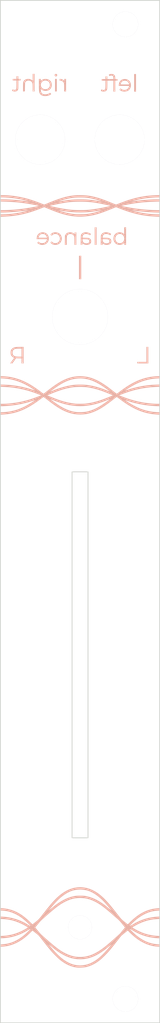
<source format=kicad_pcb>
(kicad_pcb (version 20211014) (generator pcbnew)
  (layers (0 "F.Cu" signal) (31 "B.Cu" signal) (34 "B.Paste" user) (35 "F.Paste" user) (36 "B.SilkS" user "B.Silkscreen") (37 "F.SilkS" user "F.Silkscreen") (38 "B.Mask" user) (39 "F.Mask" user) (44 "Edge.Cuts" user))
  (net 0 "")
  (footprint "Wire_Pads:SolderWirePad_single_0-8mmDrill" (layer "F.Cu") (at -5 -46.75)
    (fp_text reference "" (at 0 0) (layer "F.SilkS") (effects (font (size 1.27 1.27))))
    (fp_text value "" (at 0 0) (layer "F.SilkS") (effects (font (size 1.27 1.27))))
    (pad "1" thru_hole circle locked (at 0 0) (size 6.25 6.25) (drill 6.25) (layers *.Cu *.Mask))
  )
  (footprint "LOGO" (layer "F.Cu") (at 0 0)
    (fp_text reference "G***" hide)
    (fp_text value "LOGO" hide)
  )
  (footprint "LOGO" (layer "F.Cu") (at 0 0)
    (fp_text reference "G***" hide)
    (fp_text value "LOGO" hide)
  )
  (footprint "LOGO" (layer "F.Cu") (at 0 0)
    (fp_text reference "G***" hide)
    (fp_text value "LOGO" hide)
  )
  (footprint "LOGO" (layer "F.Cu") (at 0 0)
    (fp_text reference "G***" hide)
    (fp_text value "LOGO" hide)
  )
  (footprint "Wire_Pads:SolderWirePad_single_0-8mmDrill" (layer "F.Cu") (at 0 -24.474998)
    (fp_text reference "" (at 0 0) (layer "F.SilkS") (effects (font (size 1.27 1.27))))
    (fp_text value "" (at 0 0) (layer "F.SilkS") (effects (font (size 1.27 1.27))))
    (pad "3" thru_hole circle locked (at 0 0) (size 7 7) (drill 7) (layers *.Cu *.Mask))
  )
  (footprint "Wire_Pads:SolderWirePad_single_0-8mmDrill" (layer "F.Cu") (at 4.975 -46.75)
    (fp_text reference "" (at 0 0) (layer "F.SilkS") (effects (font (size 1.27 1.27))))
    (fp_text value "" (at 0 0) (layer "F.SilkS") (effects (font (size 1.27 1.27))))
    (pad "2" thru_hole circle locked (at 0 0) (size 6.25 6.25) (drill 6.25) (layers *.Cu *.Mask))
  )
  (footprint "LOGO" (layer "F.Cu") (at 0 0)
    (fp_text reference "G***" hide)
    (fp_text value "LOGO" hide)
  )
  (footprint "Wire_Pads:SolderWirePad_single_0-8mmDrill" (layer "F.Cu") (at 0 52.25)
    (fp_text reference "" (at 0 0) (layer "F.SilkS") (effects (font (size 1.27 1.27))))
    (fp_text value "" (at 0 0) (layer "F.SilkS") (effects (font (size 1.27 1.27))))
    (pad "4" thru_hole circle locked (at 0 0) (size 3 3) (drill 3) (layers *.Cu *.Mask))
  )
  (footprint "LOGO" (layer "F.Cu") (at 0 0)
    (fp_text reference "G***" hide)
    (fp_text value "LOGO" hide)
  )
  (footprint "LOGO" (layer "F.Cu") (at 0 0)
    (fp_text reference "G***" hide)
    (fp_text value "LOGO" hide)
  )
  (footprint "Wire_Pads:SolderWirePad_single_0-8mmDrill" (layer "F.Cu") (at 5.7 -61.25)
    (fp_text reference "" (at 0 0) (layer "F.SilkS") (effects (font (size 1.27 1.27))))
    (fp_text value "" (at 0 0) (layer "F.SilkS") (effects (font (size 1.27 1.27))))
    (pad "5" thru_hole circle locked (at 0 0) (size 3.2 3.2) (drill 3.2) (layers *.Cu *.Mask))
  )
  (footprint "Wire_Pads:SolderWirePad_single_0-8mmDrill" (layer "F.Cu") (at 5.7 61.25)
    (fp_text reference "" (at 0 0) (layer "F.SilkS") (effects (font (size 1.27 1.27))))
    (fp_text value "" (at 0 0) (layer "F.SilkS") (effects (font (size 1.27 1.27))))
    (pad "6" thru_hole circle locked (at 0 0) (size 3.2 3.2) (drill 3.2) (layers *.Cu *.Mask))
  )
  (gr_line (start -10 -64.25) (end 10 -64.25) (layer "Edge.Cuts") (width 0.1))
  (gr_line (start 10 64.25) (end -10 64.25) (layer "Edge.Cuts") (width 0.1))
  (gr_line (start -1 -5) (end -1 41) (layer "Edge.Cuts") (width 0.1))
  (gr_line (start 10 -64.25) (end 10 64.25) (layer "Edge.Cuts") (width 0.1))
  (gr_line (start -1 41) (end 1 41) (layer "Edge.Cuts") (width 0.1))
  (gr_line (start 1 -5) (end -1 -5) (layer "Edge.Cuts") (width 0.1))
  (gr_line (start -10 64.25) (end -10 -64.25) (layer "Edge.Cuts") (width 0.1))
  (gr_line (start 1 41) (end 1 -5) (layer "Edge.Cuts") (width 0.1))
)
</source>
